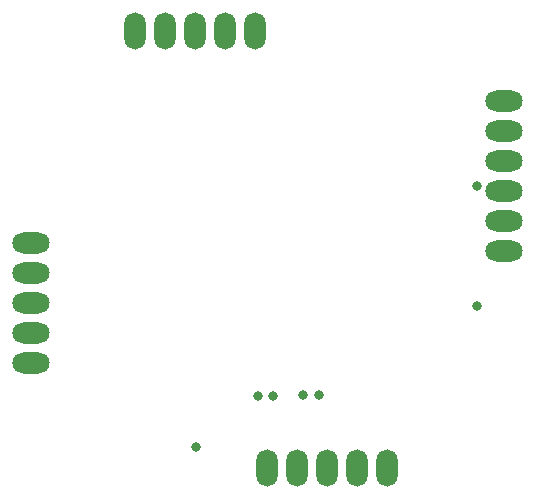
<source format=gbs>
G04*
G04 #@! TF.GenerationSoftware,Altium Limited,Altium Designer,22.2.1 (43)*
G04*
G04 Layer_Color=16711935*
%FSLAX25Y25*%
%MOIN*%
G70*
G04*
G04 #@! TF.SameCoordinates,176B9DA6-FD0B-44AF-BA7B-BFE41C1ADE4B*
G04*
G04*
G04 #@! TF.FilePolarity,Negative*
G04*
G01*
G75*
G04:AMPARAMS|DCode=23|XSize=70.87mil|YSize=124.02mil|CornerRadius=35.43mil|HoleSize=0mil|Usage=FLASHONLY|Rotation=180.000|XOffset=0mil|YOffset=0mil|HoleType=Round|Shape=RoundedRectangle|*
%AMROUNDEDRECTD23*
21,1,0.07087,0.05315,0,0,180.0*
21,1,0.00000,0.12402,0,0,180.0*
1,1,0.07087,0.00000,0.02657*
1,1,0.07087,0.00000,0.02657*
1,1,0.07087,0.00000,-0.02657*
1,1,0.07087,0.00000,-0.02657*
%
%ADD23ROUNDEDRECTD23*%
G04:AMPARAMS|DCode=24|XSize=70.87mil|YSize=124.02mil|CornerRadius=35.43mil|HoleSize=0mil|Usage=FLASHONLY|Rotation=270.000|XOffset=0mil|YOffset=0mil|HoleType=Round|Shape=RoundedRectangle|*
%AMROUNDEDRECTD24*
21,1,0.07087,0.05315,0,0,270.0*
21,1,0.00000,0.12402,0,0,270.0*
1,1,0.07087,-0.02657,0.00000*
1,1,0.07087,-0.02657,0.00000*
1,1,0.07087,0.02657,0.00000*
1,1,0.07087,0.02657,0.00000*
%
%ADD24ROUNDEDRECTD24*%
%ADD30C,0.03162*%
D23*
X78500Y0D02*
D03*
X88500D02*
D03*
X98500D02*
D03*
X108500D02*
D03*
X118500D02*
D03*
X34623Y145657D02*
D03*
X44623D02*
D03*
X54623D02*
D03*
X64623D02*
D03*
X74623D02*
D03*
D24*
X157504Y72126D02*
D03*
Y82126D02*
D03*
Y92126D02*
D03*
Y102126D02*
D03*
Y112126D02*
D03*
Y122126D02*
D03*
X0Y35000D02*
D03*
Y45000D02*
D03*
Y55000D02*
D03*
Y65000D02*
D03*
Y75000D02*
D03*
D30*
X75500Y24000D02*
D03*
X80500D02*
D03*
X90672Y24064D02*
D03*
X95881Y24014D02*
D03*
X55000Y7000D02*
D03*
X148500Y94000D02*
D03*
Y54000D02*
D03*
M02*

</source>
